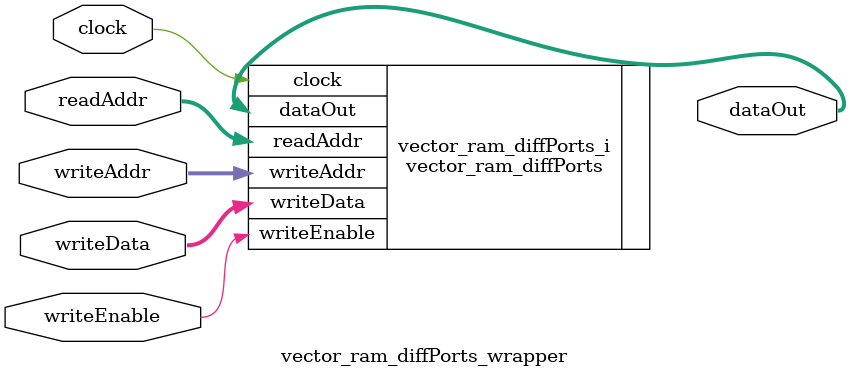
<source format=v>
`timescale 1 ps / 1 ps

module vector_ram_diffPorts_wrapper
   (clock,
    dataOut,
    readAddr,
    writeAddr,
    writeData,
    writeEnable);
  input clock;
  output [15:0]dataOut;
  input [11:0]readAddr;
  input [12:0]writeAddr;
  input [7:0]writeData;
  input [0:0]writeEnable;

  wire clock;
  wire [15:0]dataOut;
  wire [11:0]readAddr;
  wire [12:0]writeAddr;
  wire [7:0]writeData;
  wire [0:0]writeEnable;

  vector_ram_diffPorts vector_ram_diffPorts_i
       (.clock(clock),
        .dataOut(dataOut),
        .readAddr(readAddr),
        .writeAddr(writeAddr),
        .writeData(writeData),
        .writeEnable(writeEnable));
endmodule

</source>
